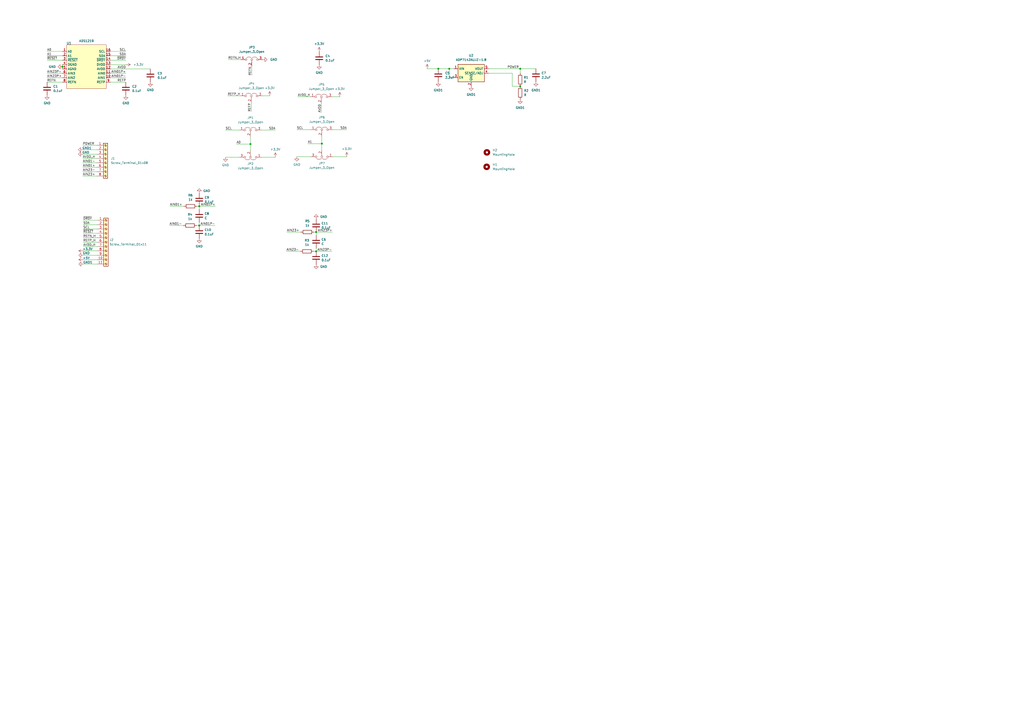
<source format=kicad_sch>
(kicad_sch (version 20211123) (generator eeschema)
  (paper "A2")
  (lib_symbols
    (symbol "Connector:Screw_Terminal_01x08" (pin_names (offset 1.016) hide)
      (property "Reference" "J" (at 0 10.16 0))
      (property "Value" "Screw_Terminal_01x08" (at 0 -12.7 0))
      (symbol "Screw_Terminal_01x08_1_1"
        (rectangle (start -1.27 8.89) (end 1.27 -11.43) (stroke (width 0.254)) (fill (type background)))
        (circle (center 0 -10.16) (radius 0.635) (stroke (width 0.1524)))
        (circle (center 0 -7.62) (radius 0.635) (stroke (width 0.1524)))
        (circle (center 0 -5.08) (radius 0.635) (stroke (width 0.1524)))
        (circle (center 0 -2.54) (radius 0.635) (stroke (width 0.1524)))
        (polyline (pts (xy -0.5334 -9.8298) (xy 0.3302 -10.668)) (stroke (width 0.1524)))
        (polyline (pts (xy -0.5334 -7.2898) (xy 0.3302 -8.128)) (stroke (width 0.1524)))
        (polyline (pts (xy -0.5334 -4.7498) (xy 0.3302 -5.588)) (stroke (width 0.1524)))
        (polyline (pts (xy -0.5334 -2.2098) (xy 0.3302 -3.048)) (stroke (width 0.1524)))
        (polyline (pts (xy -0.5334 0.3302) (xy 0.3302 -0.508)) (stroke (width 0.1524)))
        (polyline (pts (xy -0.5334 2.8702) (xy 0.3302 2.032)) (stroke (width 0.1524)))
        (polyline (pts (xy -0.5334 5.4102) (xy 0.3302 4.572)) (stroke (width 0.1524)))
        (polyline (pts (xy -0.5334 7.9502) (xy 0.3302 7.112)) (stroke (width 0.1524)))
        (polyline (pts (xy -0.3556 -9.652) (xy 0.508 -10.4902)) (stroke (width 0.1524)))
        (polyline (pts (xy -0.3556 -7.112) (xy 0.508 -7.9502)) (stroke (width 0.1524)))
        (polyline (pts (xy -0.3556 -4.572) (xy 0.508 -5.4102)) (stroke (width 0.1524)))
        (polyline (pts (xy -0.3556 -2.032) (xy 0.508 -2.8702)) (stroke (width 0.1524)))
        (polyline (pts (xy -0.3556 0.508) (xy 0.508 -0.3302)) (stroke (width 0.1524)))
        (polyline (pts (xy -0.3556 3.048) (xy 0.508 2.2098)) (stroke (width 0.1524)))
        (polyline (pts (xy -0.3556 5.588) (xy 0.508 4.7498)) (stroke (width 0.1524)))
        (polyline (pts (xy -0.3556 8.128) (xy 0.508 7.2898)) (stroke (width 0.1524)))
        (circle (center 0 0) (radius 0.635) (stroke (width 0.1524)))
        (circle (center 0 2.54) (radius 0.635) (stroke (width 0.1524)))
        (circle (center 0 5.08) (radius 0.635) (stroke (width 0.1524)))
        (circle (center 0 7.62) (radius 0.635) (stroke (width 0.1524)))
        (pin passive line (at -5.08 7.62 0) (length 3.81) (name "Pin_1") (number "1"))
        (pin passive line (at -5.08 5.08 0) (length 3.81) (name "Pin_2") (number "2"))
        (pin passive line (at -5.08 2.54 0) (length 3.81) (name "Pin_3") (number "3"))
        (pin passive line (at -5.08 0 0) (length 3.81) (name "Pin_4") (number "4"))
        (pin passive line (at -5.08 -2.54 0) (length 3.81) (name "Pin_5") (number "5"))
        (pin passive line (at -5.08 -5.08 0) (length 3.81) (name "Pin_6") (number "6"))
        (pin passive line (at -5.08 -7.62 0) (length 3.81) (name "Pin_7") (number "7"))
        (pin passive line (at -5.08 -10.16 0) (length 3.81) (name "Pin_8") (number "8"))
      )
    )
    (symbol "Connector:Screw_Terminal_01x11" (pin_names (offset 1.016) hide)
      (property "Reference" "J" (at 0 15.24 0))
      (property "Value" "Screw_Terminal_01x11" (at 0 -15.24 0))
      (symbol "Screw_Terminal_01x11_1_1"
        (rectangle (start -1.27 13.97) (end 1.27 -13.97) (stroke (width 0.254)) (fill (type background)))
        (circle (center 0 -12.7) (radius 0.635) (stroke (width 0.1524)))
        (circle (center 0 -10.16) (radius 0.635) (stroke (width 0.1524)))
        (circle (center 0 -7.62) (radius 0.635) (stroke (width 0.1524)))
        (circle (center 0 -5.08) (radius 0.635) (stroke (width 0.1524)))
        (circle (center 0 -2.54) (radius 0.635) (stroke (width 0.1524)))
        (polyline (pts (xy -0.5334 -12.3698) (xy 0.3302 -13.208)) (stroke (width 0.1524)))
        (polyline (pts (xy -0.5334 -9.8298) (xy 0.3302 -10.668)) (stroke (width 0.1524)))
        (polyline (pts (xy -0.5334 -7.2898) (xy 0.3302 -8.128)) (stroke (width 0.1524)))
        (polyline (pts (xy -0.5334 -4.7498) (xy 0.3302 -5.588)) (stroke (width 0.1524)))
        (polyline (pts (xy -0.5334 -2.2098) (xy 0.3302 -3.048)) (stroke (width 0.1524)))
        (polyline (pts (xy -0.5334 0.3302) (xy 0.3302 -0.508)) (stroke (width 0.1524)))
        (polyline (pts (xy -0.5334 2.8702) (xy 0.3302 2.032)) (stroke (width 0.1524)))
        (polyline (pts (xy -0.5334 5.4102) (xy 0.3302 4.572)) (stroke (width 0.1524)))
        (polyline (pts (xy -0.5334 7.9502) (xy 0.3302 7.112)) (stroke (width 0.1524)))
        (polyline (pts (xy -0.5334 10.4902) (xy 0.3302 9.652)) (stroke (width 0.1524)))
        (polyline (pts (xy -0.5334 13.0302) (xy 0.3302 12.192)) (stroke (width 0.1524)))
        (polyline (pts (xy -0.3556 -12.192) (xy 0.508 -13.0302)) (stroke (width 0.1524)))
        (polyline (pts (xy -0.3556 -9.652) (xy 0.508 -10.4902)) (stroke (width 0.1524)))
        (polyline (pts (xy -0.3556 -7.112) (xy 0.508 -7.9502)) (stroke (width 0.1524)))
        (polyline (pts (xy -0.3556 -4.572) (xy 0.508 -5.4102)) (stroke (width 0.1524)))
        (polyline (pts (xy -0.3556 -2.032) (xy 0.508 -2.8702)) (stroke (width 0.1524)))
        (polyline (pts (xy -0.3556 0.508) (xy 0.508 -0.3302)) (stroke (width 0.1524)))
        (polyline (pts (xy -0.3556 3.048) (xy 0.508 2.2098)) (stroke (width 0.1524)))
        (polyline (pts (xy -0.3556 5.588) (xy 0.508 4.7498)) (stroke (width 0.1524)))
        (polyline (pts (xy -0.3556 8.128) (xy 0.508 7.2898)) (stroke (width 0.1524)))
        (polyline (pts (xy -0.3556 10.668) (xy 0.508 9.8298)) (stroke (width 0.1524)))
        (polyline (pts (xy -0.3556 13.208) (xy 0.508 12.3698)) (stroke (width 0.1524)))
        (circle (center 0 0) (radius 0.635) (stroke (width 0.1524)))
        (circle (center 0 2.54) (radius 0.635) (stroke (width 0.1524)))
        (circle (center 0 5.08) (radius 0.635) (stroke (width 0.1524)))
        (circle (center 0 7.62) (radius 0.635) (stroke (width 0.1524)))
        (circle (center 0 10.16) (radius 0.635) (stroke (width 0.1524)))
        (circle (center 0 12.7) (radius 0.635) (stroke (width 0.1524)))
        (pin passive line (at -5.08 12.7 0) (length 3.81) (name "Pin_1") (number "1"))
        (pin passive line (at -5.08 -10.16 0) (length 3.81) (name "Pin_10") (number "10"))
        (pin passive line (at -5.08 -12.7 0) (length 3.81) (name "Pin_11") (number "11"))
        (pin passive line (at -5.08 10.16 0) (length 3.81) (name "Pin_2") (number "2"))
        (pin passive line (at -5.08 7.62 0) (length 3.81) (name "Pin_3") (number "3"))
        (pin passive line (at -5.08 5.08 0) (length 3.81) (name "Pin_4") (number "4"))
        (pin passive line (at -5.08 2.54 0) (length 3.81) (name "Pin_5") (number "5"))
        (pin passive line (at -5.08 0 0) (length 3.81) (name "Pin_6") (number "6"))
        (pin passive line (at -5.08 -2.54 0) (length 3.81) (name "Pin_7") (number "7"))
        (pin passive line (at -5.08 -5.08 0) (length 3.81) (name "Pin_8") (number "8"))
        (pin passive line (at -5.08 -7.62 0) (length 3.81) (name "Pin_9") (number "9"))
      )
    )
    (symbol "Device:C" (pin_numbers hide) (pin_names (offset 0.254))
      (property "Reference" "C" (at 0.635 2.54 0))
      (property "Value" "C" (at 0.635 -2.54 0))
      (symbol "C_0_1"
        (polyline (pts (xy -2.032 -0.762) (xy 2.032 -0.762)) (stroke (width 0.508)))
        (polyline (pts (xy -2.032 0.762) (xy 2.032 0.762)) (stroke (width 0.508)))
      )
      (symbol "C_1_1"
        (pin passive line (at 0 3.81 270) (length 2.794) (name "~") (number "1"))
        (pin passive line (at 0 -3.81 90) (length 2.794) (name "~") (number "2"))
      )
    )
    (symbol "Device:R" (pin_numbers hide) (pin_names (offset 0))
      (property "Reference" "R" (at 2.032 0 90))
      (property "Value" "R" (at 0 0 90))
      (symbol "R_0_1"
        (rectangle (start -1.016 -2.54) (end 1.016 2.54) (stroke (width 0.254)))
      )
      (symbol "R_1_1"
        (pin passive line (at 0 3.81 270) (length 1.27) (name "~") (number "1"))
        (pin passive line (at 0 -3.81 90) (length 1.27) (name "~") (number "2"))
      )
    )
    (symbol "Jumper:Jumper_3_Open" (pin_names (offset 0) hide)
      (property "Reference" "JP" (at -2.54 -2.54 0))
      (property "Value" "Jumper_3_Open" (at 0 2.794 0))
      (symbol "Jumper_3_Open_0_0"
        (circle (center -3.302 0) (radius 0.508))
        (circle (center 0 0) (radius 0.508))
        (circle (center 3.302 0) (radius 0.508))
      )
      (symbol "Jumper_3_Open_0_1"
        (arc (start -0.254 1.016) (mid -1.651 1.4992) (end -3.048 1.016))
        (polyline (pts (xy 0 -0.508) (xy 0 -1.27)))
        (arc (start 3.048 1.016) (mid 1.651 1.4992) (end 0.254 1.016))
      )
      (symbol "Jumper_3_Open_1_1"
        (pin passive line (at -6.35 0 0) (length 2.54) (name "A") (number "1"))
        (pin passive line (at 0 -3.81 90) (length 2.54) (name "C") (number "2"))
        (pin passive line (at 6.35 0 180) (length 2.54) (name "B") (number "3"))
      )
    )
    (symbol "Mechanical:MountingHole" (pin_names (offset 1.016))
      (property "Reference" "H" (at 0 5.08 0))
      (property "Value" "MountingHole" (at 0 3.175 0))
      (symbol "MountingHole_0_1"
        (circle (center 0 0) (radius 1.27) (stroke (width 1.27)))
      )
    )
    (symbol "Regulator_Linear:ADP7142AUJZ-1.8"
      (property "Reference" "U" (at 0 8.89 0))
      (property "Value" "ADP7142AUJZ-1.8" (at 0 6.35 0))
      (symbol "ADP7142AUJZ-1.8_0_1"
        (rectangle (start -7.62 5.08) (end 7.62 -5.08) (stroke (width 0.254)) (fill (type background)))
      )
      (symbol "ADP7142AUJZ-1.8_1_1"
        (pin power_in line (at -10.16 2.54 0) (length 2.54) (name "VIN") (number "1"))
        (pin power_in line (at 0 -7.62 90) (length 2.54) (name "GND") (number "2"))
        (pin input line (at -10.16 -2.54 0) (length 2.54) (name "EN") (number "3"))
        (pin input line (at 10.16 0 180) (length 2.54) (name "SENSE/ADJ") (number "4"))
        (pin power_out line (at 10.16 2.54 180) (length 2.54) (name "VOUT") (number "5"))
      )
    )
    (symbol "custom_components:ADS1219"
      (property "Reference" "U" (at -10.16 13.97 0))
      (property "Value" "ADS1219" (at 0 -11.43 0))
      (symbol "ADS1219_0_0"
        (pin input line (at -13.97 8.89 0) (length 2.54) (name "A0") (number "1"))
        (pin input line (at 13.97 -6.35 180) (length 2.54) (name "AIN1") (number "10"))
        (pin input line (at 13.97 -3.81 180) (length 2.54) (name "AIN0") (number "11"))
        (pin power_in line (at 13.97 -1.27 180) (length 2.54) (name "AVDD") (number "12"))
        (pin power_in line (at 13.97 1.27 180) (length 2.54) (name "DVDD") (number "13"))
        (pin output line (at 13.97 3.81 180) (length 2.54) (name "~{DRDY}") (number "14"))
        (pin bidirectional line (at 13.97 6.35 180) (length 2.54) (name "SDA") (number "15"))
        (pin bidirectional line (at 13.97 8.89 180) (length 2.54) (name "SCL") (number "16"))
        (pin input line (at -13.97 6.35 0) (length 2.54) (name "A1") (number "2"))
        (pin input line (at -13.97 3.81 0) (length 2.54) (name "~{RESET}") (number "3"))
        (pin power_in line (at -13.97 1.27 0) (length 2.54) (name "DGND") (number "4"))
        (pin power_in line (at -13.97 -1.27 0) (length 2.54) (name "AGND") (number "5"))
        (pin input line (at -13.97 -3.81 0) (length 2.54) (name "AIN3") (number "6"))
        (pin input line (at -13.97 -6.35 0) (length 2.54) (name "AIN2") (number "7"))
        (pin power_in line (at -13.97 -8.89 0) (length 2.54) (name "REFN") (number "8"))
        (pin power_in line (at 13.97 -8.89 180) (length 2.54) (name "REFP") (number "9"))
      )
      (symbol "ADS1219_0_1"
        (rectangle (start -11.43 -12.7) (end 11.43 12.7) (fill (type background)))
      )
    )
    (symbol "power:+3.3V" (power) (pin_names (offset 0))
      (property "Value" "+3.3V" (at 0 3.556 0))
      (symbol "+3.3V_0_1"
        (polyline (pts (xy -0.762 1.27) (xy 0 2.54)))
        (polyline (pts (xy 0 0) (xy 0 2.54)))
        (polyline (pts (xy 0 2.54) (xy 0.762 1.27)))
      )
      (symbol "+3.3V_1_1"
        (pin power_in line (at 0 0 90) (length 0) hide (name "+3.3V") (number "1"))
      )
    )
    (symbol "power:+5V" (power) (pin_names (offset 0))
      (property "Value" "+5V" (at 0 3.556 0))
      (symbol "+5V_0_1"
        (polyline (pts (xy -0.762 1.27) (xy 0 2.54)))
        (polyline (pts (xy 0 0) (xy 0 2.54)))
        (polyline (pts (xy 0 2.54) (xy 0.762 1.27)))
      )
      (symbol "+5V_1_1"
        (pin power_in line (at 0 0 90) (length 0) hide (name "+5V") (number "1"))
      )
    )
    (symbol "power:GND" (power) (pin_names (offset 0))
      (property "Value" "GND" (at 0 -3.81 0))
      (symbol "GND_0_1"
        (polyline (pts (xy 0 0) (xy 0 -1.27) (xy 1.27 -1.27) (xy 0 -2.54) (xy -1.27 -1.27) (xy 0 -1.27)))
      )
      (symbol "GND_1_1"
        (pin power_in line (at 0 0 270) (length 0) hide (name "GND") (number "1"))
      )
    )
    (symbol "power:GND1" (power) (pin_names (offset 0))
      (property "Value" "GND1" (at 0 -3.81 0))
      (symbol "GND1_0_1"
        (polyline (pts (xy 0 0) (xy 0 -1.27) (xy 1.27 -1.27) (xy 0 -2.54) (xy -1.27 -1.27) (xy 0 -1.27)))
      )
      (symbol "GND1_1_1"
        (pin power_in line (at 0 0 270) (length 0) hide (name "GND1") (number "1"))
      )
    )
  )
  (junction (at 260.604 39.878))
  (junction (at 183.388 145.796))
  (junction (at 254.254 39.878))
  (junction (at 183.388 134.62))
  (junction (at 186.69 83.312))
  (junction (at 145.288 83.566))
  (junction (at 115.57 130.81))
  (junction (at 115.57 119.634))
  (junction (at 301.752 39.878))
  (junction (at 301.752 50.038))
  (junction (at 36.195 38.735))
  (wire (pts (xy 297.18 50.038) (xy 301.752 50.038)))
  (wire (pts (xy 64.135 37.465) (xy 73.025 37.465)))
  (wire (pts (xy 301.752 39.878) (xy 301.752 42.418)))
  (wire (pts (xy 36.195 38.735) (xy 36.195 40.005)))
  (wire (pts (xy 152.146 55.626) (xy 156.464 55.626)))
  (wire (pts (xy 27.305 34.925) (xy 36.195 34.925)))
  (wire (pts (xy 115.57 130.81) (xy 115.57 129.032)))
  (wire (pts (xy 27.305 42.545) (xy 36.195 42.545)))
  (wire (pts (xy 166.37 134.62) (xy 174.498 134.62)))
  (wire (pts (xy 166.116 145.796) (xy 174.244 145.796)))
  (wire (pts (xy 56.388 135.382) (xy 48.26 135.382)))
  (wire (pts (xy 64.135 45.085) (xy 73.025 45.085)))
  (wire (pts (xy 151.638 75.438) (xy 159.766 75.438)))
  (wire (pts (xy 263.144 44.958) (xy 260.604 44.958)))
  (wire (pts (xy 56.134 94.488) (xy 48.006 94.488)))
  (wire (pts (xy 56.134 97.028) (xy 48.006 97.028)))
  (wire (pts (xy 64.135 29.845) (xy 73.025 29.845)))
  (wire (pts (xy 64.135 34.925) (xy 73.025 34.925)))
  (wire (pts (xy 56.388 127.762) (xy 48.26 127.762)))
  (wire (pts (xy 182.118 134.62) (xy 183.388 134.62)))
  (wire (pts (xy 183.388 145.796) (xy 183.388 144.018)))
  (wire (pts (xy 115.57 119.634) (xy 124.968 119.634)))
  (wire (pts (xy 132.334 34.544) (xy 139.7 34.544)))
  (wire (pts (xy 48.26 150.622) (xy 56.388 150.622)))
  (wire (pts (xy 172.212 90.932) (xy 180.34 90.932)))
  (wire (pts (xy 64.135 42.545) (xy 73.025 42.545)))
  (wire (pts (xy 56.134 89.408) (xy 48.006 89.408)))
  (wire (pts (xy 192.786 56.134) (xy 197.104 56.134)))
  (wire (pts (xy 64.135 32.385) (xy 73.025 32.385)))
  (wire (pts (xy 186.436 59.944) (xy 186.436 65.278)))
  (wire (pts (xy 56.388 132.842) (xy 48.26 132.842)))
  (wire (pts (xy 130.81 91.186) (xy 138.938 91.186)))
  (wire (pts (xy 183.388 145.796) (xy 192.532 145.796)))
  (wire (pts (xy 145.288 79.248) (xy 145.288 83.566)))
  (wire (pts (xy 98.552 119.634) (xy 106.68 119.634)))
  (wire (pts (xy 151.638 91.186) (xy 159.766 91.186)))
  (wire (pts (xy 56.388 130.302) (xy 48.26 130.302)))
  (wire (pts (xy 56.388 148.082) (xy 48.26 148.082)))
  (wire (pts (xy 178.562 83.312) (xy 186.69 83.312)))
  (wire (pts (xy 145.288 83.566) (xy 145.288 87.376)))
  (wire (pts (xy 137.16 83.566) (xy 145.288 83.566)))
  (wire (pts (xy 56.134 99.568) (xy 48.006 99.568)))
  (wire (pts (xy 115.57 130.81) (xy 124.714 130.81)))
  (wire (pts (xy 114.046 130.81) (xy 115.57 130.81)))
  (wire (pts (xy 146.05 38.354) (xy 146.05 43.688)))
  (wire (pts (xy 186.69 83.312) (xy 186.69 87.122)))
  (wire (pts (xy 186.69 78.994) (xy 186.69 83.312)))
  (wire (pts (xy 254.254 39.878) (xy 260.604 39.878)))
  (wire (pts (xy 172.212 75.184) (xy 180.34 75.184)))
  (wire (pts (xy 283.464 39.878) (xy 301.752 39.878)))
  (wire (pts (xy 181.864 145.796) (xy 183.388 145.796)))
  (wire (pts (xy 114.3 119.634) (xy 115.57 119.634)))
  (wire (pts (xy 172.72 56.134) (xy 180.086 56.134)))
  (wire (pts (xy 183.388 136.398) (xy 183.388 134.62)))
  (wire (pts (xy 56.388 137.922) (xy 48.26 137.922)))
  (wire (pts (xy 64.135 40.005) (xy 87.249 40.005)))
  (wire (pts (xy 27.305 32.385) (xy 36.195 32.385)))
  (wire (pts (xy 283.464 42.418) (xy 297.18 42.418)))
  (wire (pts (xy 301.752 39.878) (xy 310.896 39.878)))
  (wire (pts (xy 56.134 102.108) (xy 48.006 102.108)))
  (wire (pts (xy 247.777 39.878) (xy 254.254 39.878)))
  (wire (pts (xy 56.134 86.868) (xy 48.006 86.868)))
  (wire (pts (xy 130.81 75.438) (xy 138.938 75.438)))
  (wire (pts (xy 64.135 47.625) (xy 73.025 47.625)))
  (wire (pts (xy 183.388 134.62) (xy 192.786 134.62)))
  (wire (pts (xy 27.305 47.625) (xy 36.195 47.625)))
  (wire (pts (xy 56.388 143.002) (xy 48.26 143.002)))
  (wire (pts (xy 98.298 130.81) (xy 106.426 130.81)))
  (wire (pts (xy 56.388 140.462) (xy 48.26 140.462)))
  (wire (pts (xy 48.006 91.948) (xy 56.134 91.948)))
  (wire (pts (xy 27.305 45.085) (xy 36.195 45.085)))
  (wire (pts (xy 297.18 42.418) (xy 297.18 50.038)))
  (wire (pts (xy 193.04 75.184) (xy 201.168 75.184)))
  (wire (pts (xy 260.604 44.958) (xy 260.604 39.878)))
  (wire (pts (xy 115.57 121.412) (xy 115.57 119.634)))
  (wire (pts (xy 56.134 84.328) (xy 48.006 84.328)))
  (wire (pts (xy 145.796 59.436) (xy 145.796 64.77)))
  (wire (pts (xy 260.604 39.878) (xy 263.144 39.878)))
  (wire (pts (xy 27.305 29.845) (xy 36.195 29.845)))
  (wire (pts (xy 132.08 55.626) (xy 139.446 55.626)))
  (wire (pts (xy 36.195 37.465) (xy 36.195 38.735)))
  (wire (pts (xy 193.04 90.932) (xy 201.168 90.932)))
  (wire (pts (xy 56.388 145.542) (xy 48.26 145.542)))
  (wire (pts (xy 48.26 153.162) (xy 56.388 153.162)))
  (label "AVDD_H" (at 172.72 56.134 0))
  (label "SCL" (at 73.025 29.845 180))
  (label "AIN23P+" (at 192.786 134.62 180))
  (label "AIN01+" (at 98.552 119.634 0))
  (label "REFP_H" (at 48.26 140.462 0))
  (label "AIN01-" (at 98.298 130.81 0))
  (label "SCL" (at 48.26 132.842 0))
  (label "A1" (at 27.305 32.385 0))
  (label "A0" (at 27.305 29.845 0))
  (label "AVDD" (at 73.025 40.005 180))
  (label "SDA" (at 73.025 32.385 180))
  (label "AIN23P+" (at 27.305 45.085 0))
  (label "POWER" (at 300.9646 39.878 180))
  (label "AIN23-" (at 48.006 99.568 0))
  (label "~{DRDY}" (at 48.26 127.762 0))
  (label "A1" (at 178.562 83.312 0))
  (label "POWER" (at 48.006 84.328 0))
  (label "REFN_H" (at 132.334 34.544 0))
  (label "~{RESET}" (at 27.305 34.925 0))
  (label "AVDD_H" (at 48.006 91.948 0))
  (label "AIN01P+" (at 73.025 42.545 180))
  (label "REFP" (at 145.796 64.77 90))
  (label "REFN_H" (at 48.26 137.922 0))
  (label "SCL" (at 172.212 75.184 0))
  (label "AIN23P-" (at 27.305 42.545 0))
  (label "AIN23-" (at 166.116 145.796 0))
  (label "AVDD" (at 186.436 65.278 90))
  (label "SDA" (at 48.26 130.302 0))
  (label "AIN23+" (at 166.37 134.62 0))
  (label "AIN01P-" (at 73.025 45.085 180))
  (label "~{DRDY}" (at 73.025 34.925 180))
  (label "AIN23+" (at 48.006 102.108 0))
  (label "A0" (at 137.16 83.566 0))
  (label "SDA" (at 201.168 75.184 180))
  (label "~{RESET}" (at 48.26 135.382 0))
  (label "REFP_H" (at 132.08 55.626 0))
  (label "REFN" (at 146.05 43.688 90))
  (label "REFP" (at 73.025 47.625 180))
  (label "AIN01P+" (at 124.968 119.634 180))
  (label "AVDD_H" (at 48.26 143.002 0))
  (label "SDA" (at 159.766 75.438 180))
  (label "AIN01-" (at 48.006 94.488 0))
  (label "AIN23P-" (at 192.532 145.796 180))
  (label "REFN" (at 27.305 47.625 0))
  (label "SCL" (at 130.81 75.438 0))
  (label "AIN01+" (at 48.006 97.028 0))
  (label "AIN01P-" (at 124.714 130.81 180))
  (symbol (lib_id "power:GND") (at 48.006 89.408 270) (unit 1)
    (property "Reference" "#PWR05" (effects hide))
    (property "Value" "GND" (at 51.816 88.392 90) (effects (justify right)))
  )
  (symbol (lib_id "Regulator_Linear:ADP7142AUJZ-1.8") (at 273.304 42.418 0) (unit 1)
    (property "Reference" "U2" (at 273.304 32.1564 0))
    (property "Value" "ADP7142AUJZ-1.8" (at 273.304 34.6964 0))
    (property "Footprint" "Package_TO_SOT_SMD:TSOT-23-5" (effects hide))
    (property "Datasheet" "https://www.analog.com/media/en/technical-documentation/data-sheets/ADP7142.pdf" (effects hide))
  )
  (symbol (lib_id "power:GND1") (at 48.26 153.162 270) (unit 1)
    (property "Reference" "#PWR0102" (effects hide))
    (property "Value" "GND1" (at 48.26 152.146 90) (effects (justify left)))
  )
  (symbol (lib_id "power:GND") (at 73.025 55.245 0) (unit 1)
    (property "Reference" "#PWR08" (effects hide))
    (property "Value" "GND" (at 73.025 59.817 0))
  )
  (symbol (lib_id "power:+5V") (at 247.777 39.878 0) (unit 1)
    (property "Reference" "#PWR019" (effects hide))
    (property "Value" "+5V" (at 247.777 35.306 0))
  )
  (symbol (lib_id "Device:C") (at 115.57 115.824 0) (unit 1)
    (property "Reference" "C9" (at 118.618 114.5539 0) (effects (justify left)))
    (property "Value" "0.1uF" (at 118.618 117.0939 0) (effects (justify left)))
    (property "Footprint" "Capacitor_SMD:C_0603_1608Metric" (effects hide))
  )
  (symbol (lib_id "power:+3.3V") (at 201.168 90.932 0) (unit 1)
    (property "Reference" "#PWR018" (effects hide))
    (property "Value" "+3.3V" (at 201.168 86.36 0))
  )
  (symbol (lib_id "power:GND") (at 48.26 148.082 270) (unit 1)
    (property "Reference" "#PWR04" (effects hide))
    (property "Value" "GND" (at 52.07 146.812 90) (effects (justify right)))
  )
  (symbol (lib_id "power:GND1") (at 301.752 57.658 0) (unit 1)
    (property "Reference" "#PWR0106" (effects hide))
    (property "Value" "GND1" (at 301.752 62.484 0))
  )
  (symbol (lib_id "power:GND1") (at 273.304 50.038 0) (unit 1)
    (property "Reference" "#PWR0103" (effects hide))
    (property "Value" "GND1" (at 273.304 54.864 0))
  )
  (symbol (lib_id "power:+3.3V") (at 156.464 55.626 0) (unit 1)
    (property "Reference" "#PWR012" (effects hide))
    (property "Value" "+3.3V" (at 156.464 51.054 0))
  )
  (symbol (lib_id "custom_components:ADS1219") (at 50.165 38.735 0) (unit 1)
    (property "Reference" "U1" (at 40.005 25.019 0))
    (property "Value" "ADS1219" (at 50.165 23.749 0))
    (property "Footprint" "Package_SO:TSSOP-16-1EP_4.4x5mm_P0.65mm" (effects hide))
  )
  (symbol (lib_id "power:GND") (at 27.305 55.245 0) (unit 1)
    (property "Reference" "#PWR02" (effects hide))
    (property "Value" "GND" (at 27.305 59.817 0))
  )
  (symbol (lib_id "Device:C") (at 73.025 51.435 0) (unit 1)
    (property "Reference" "C2" (at 76.581 50.1649 0) (effects (justify left)))
    (property "Value" "0.1uF" (at 76.581 52.7049 0) (effects (justify left)))
    (property "Footprint" "Capacitor_SMD:C_0603_1608Metric" (effects hide))
  )
  (symbol (lib_id "power:GND") (at 152.4 34.544 90) (unit 1)
    (property "Reference" "#PWR011" (effects hide))
    (property "Value" "GND" (at 156.718 34.5439 90) (effects (justify right)))
  )
  (symbol (lib_id "power:+3.3V") (at 48.26 145.542 90) (unit 1)
    (property "Reference" "#PWR03" (effects hide))
    (property "Value" "+3.3V" (at 47.879 144.399 90) (effects (justify right)))
  )
  (symbol (lib_id "Mechanical:MountingHole") (at 282.448 88.392 0) (unit 1)
    (property "Reference" "H2" (at 285.75 87.1219 0) (effects (justify left)))
    (property "Value" "MountingHole" (at 285.75 89.6619 0) (effects (justify left)))
    (property "Footprint" "MountingHole:MountingHole_3.2mm_M3" (effects hide))
  )
  (symbol (lib_id "power:GND") (at 115.57 112.014 180) (unit 1)
    (property "Reference" "#PWR020" (effects hide))
    (property "Value" "GND" (at 117.856 110.7439 0) (effects (justify right)))
  )
  (symbol (lib_id "Device:R") (at 110.49 119.634 90) (unit 1)
    (property "Reference" "R6" (at 110.49 113.284 90))
    (property "Value" "1k" (at 110.49 115.824 90))
    (property "Footprint" "Capacitor_SMD:C_0603_1608Metric" (effects hide))
  )
  (symbol (lib_id "Jumper:Jumper_3_Open") (at 145.288 91.186 180) (unit 1)
    (property "Reference" "JP2" (at 145.288 94.996 0))
    (property "Value" "Jumper_3_Open" (at 145.288 97.536 0))
    (property "Footprint" "Jumper:SolderJumper-3_P1.3mm_Open_Pad1.0x1.5mm" (effects hide))
  )
  (symbol (lib_id "Jumper:Jumper_3_Open") (at 145.796 55.626 0) (unit 1)
    (property "Reference" "JP4" (at 145.796 48.514 0))
    (property "Value" "Jumper_3_Open" (at 145.796 51.054 0))
    (property "Footprint" "Jumper:SolderJumper-3_P1.3mm_Open_Pad1.0x1.5mm" (effects hide))
  )
  (symbol (lib_id "Jumper:Jumper_3_Open") (at 186.436 56.134 0) (unit 1)
    (property "Reference" "JP5" (at 186.436 49.022 0))
    (property "Value" "Jumper_3_Open" (at 186.436 51.562 0))
    (property "Footprint" "Jumper:SolderJumper-3_P1.3mm_Open_Pad1.0x1.5mm" (effects hide))
  )
  (symbol (lib_id "Connector:Screw_Terminal_01x08") (at 61.214 91.948 0) (unit 1)
    (property "Reference" "J1" (at 64.262 91.9479 0) (effects (justify left)))
    (property "Value" "Screw_Terminal_01x08" (at 64.262 94.4879 0) (effects (justify left)))
    (property "Footprint" "TerminalBlock_Phoenix:TerminalBlock_Phoenix_PT-1,5-8-3.5-H_1x08_P3.50mm_Horizontal" (effects hide))
  )
  (symbol (lib_id "Jumper:Jumper_3_Open") (at 146.05 34.544 0) (unit 1)
    (property "Reference" "JP3" (at 146.05 27.432 0))
    (property "Value" "Jumper_3_Open" (at 146.05 29.972 0))
    (property "Footprint" "Jumper:SolderJumper-3_P1.3mm_Open_Pad1.0x1.5mm" (effects hide))
  )
  (symbol (lib_id "Device:C") (at 183.388 130.81 0) (unit 1)
    (property "Reference" "C11" (at 186.436 129.5399 0) (effects (justify left)))
    (property "Value" "0.1uF" (at 186.436 132.0799 0) (effects (justify left)))
    (property "Footprint" "Capacitor_SMD:C_0603_1608Metric" (effects hide))
  )
  (symbol (lib_id "power:GND") (at 130.81 91.186 0) (unit 1)
    (property "Reference" "#PWR010" (effects hide))
    (property "Value" "GND" (at 130.81 95.758 0))
  )
  (symbol (lib_id "Device:C") (at 27.305 51.435 0) (unit 1)
    (property "Reference" "C1" (at 30.861 50.1649 0) (effects (justify left)))
    (property "Value" "0.1uF" (at 30.861 52.7049 0) (effects (justify left)))
    (property "Footprint" "Capacitor_SMD:C_0603_1608Metric" (effects hide))
  )
  (symbol (lib_id "Device:C") (at 183.388 140.208 0) (unit 1)
    (property "Reference" "C6" (at 186.436 138.9379 0) (effects (justify left)))
    (property "Value" "C" (at 186.436 141.4779 0) (effects (justify left)))
    (property "Footprint" "Capacitor_SMD:C_0603_1608Metric" (effects hide))
  )
  (symbol (lib_id "Device:C") (at 310.896 43.688 0) (unit 1)
    (property "Reference" "C7" (at 314.071 42.4179 0) (effects (justify left)))
    (property "Value" "2.2uF" (at 314.071 44.9579 0) (effects (justify left)))
    (property "Footprint" "Capacitor_SMD:C_1206_3216Metric" (effects hide))
  )
  (symbol (lib_id "Device:R") (at 178.308 134.62 90) (unit 1)
    (property "Reference" "R5" (at 178.308 128.27 90))
    (property "Value" "1k" (at 178.308 130.81 90))
    (property "Footprint" "Capacitor_SMD:C_0603_1608Metric" (effects hide))
  )
  (symbol (lib_id "power:GND") (at 36.195 38.735 270) (unit 1)
    (property "Reference" "#PWR06" (effects hide))
    (property "Value" "GND" (at 32.385 38.7349 90) (effects (justify right)))
  )
  (symbol (lib_id "power:GND1") (at 48.006 86.868 270) (unit 1)
    (property "Reference" "#PWR0101" (effects hide))
    (property "Value" "GND1" (at 47.752 85.852 90) (effects (justify left)))
  )
  (symbol (lib_id "power:+3.3V") (at 185.166 29.972 0) (unit 1)
    (property "Reference" "#PWR015" (effects hide))
    (property "Value" "+3.3V" (at 185.166 25.4 0))
  )
  (symbol (lib_id "Device:C") (at 185.166 33.782 0) (unit 1)
    (property "Reference" "C4" (at 188.722 32.5119 0) (effects (justify left)))
    (property "Value" "0.1uF" (at 188.722 35.0519 0) (effects (justify left)))
    (property "Footprint" "Capacitor_SMD:C_0603_1608Metric" (effects hide))
  )
  (symbol (lib_id "power:GND") (at 87.249 47.625 0) (unit 1)
    (property "Reference" "#PWR09" (effects hide))
    (property "Value" "GND" (at 87.249 52.197 0))
  )
  (symbol (lib_id "Jumper:Jumper_3_Open") (at 145.288 75.438 0) (unit 1)
    (property "Reference" "JP1" (at 145.288 68.326 0))
    (property "Value" "Jumper_3_Open" (at 145.288 70.866 0))
    (property "Footprint" "Jumper:SolderJumper-3_P1.3mm_Open_Pad1.0x1.5mm" (effects hide))
  )
  (symbol (lib_id "Device:C") (at 87.249 43.815 0) (unit 1)
    (property "Reference" "C3" (at 91.313 42.5449 0) (effects (justify left)))
    (property "Value" "0.1uF" (at 91.313 45.0849 0) (effects (justify left)))
    (property "Footprint" "Capacitor_SMD:C_0603_1608Metric" (effects hide))
  )
  (symbol (lib_id "power:GND") (at 115.57 138.43 0) (unit 1)
    (property "Reference" "#PWR021" (effects hide))
    (property "Value" "GND" (at 115.57 142.875 0))
  )
  (symbol (lib_id "Jumper:Jumper_3_Open") (at 186.69 75.184 0) (unit 1)
    (property "Reference" "JP6" (at 186.69 68.072 0))
    (property "Value" "Jumper_3_Open" (at 186.69 70.612 0))
    (property "Footprint" "Jumper:SolderJumper-3_P1.3mm_Open_Pad1.0x1.5mm" (effects hide))
  )
  (symbol (lib_id "power:GND1") (at 254.254 47.498 0) (unit 1)
    (property "Reference" "#PWR0105" (effects hide))
    (property "Value" "GND1" (at 254.254 52.324 0))
  )
  (symbol (lib_id "Device:C") (at 115.57 125.222 0) (unit 1)
    (property "Reference" "C8" (at 118.618 123.9519 0) (effects (justify left)))
    (property "Value" "C" (at 118.618 126.4919 0) (effects (justify left)))
    (property "Footprint" "Capacitor_SMD:C_0603_1608Metric" (effects hide))
  )
  (symbol (lib_id "power:+3.3V") (at 159.766 91.186 0) (unit 1)
    (property "Reference" "#PWR013" (effects hide))
    (property "Value" "+3.3V" (at 159.766 86.614 0))
  )
  (symbol (lib_id "Connector:Screw_Terminal_01x11") (at 61.468 140.462 0) (unit 1)
    (property "Reference" "J2" (at 63.5 139.1919 0) (effects (justify left)))
    (property "Value" "Screw_Terminal_01x11" (at 63.5 141.7319 0) (effects (justify left)))
    (property "Footprint" "TerminalBlock_Phoenix:TerminalBlock_Phoenix_PT-1,5-11-3.5-H_1x11_P3.50mm_Horizontal" (effects hide))
  )
  (symbol (lib_id "Device:R") (at 301.752 46.228 0) (unit 1)
    (property "Reference" "R1" (at 303.784 44.9579 0) (effects (justify left)))
    (property "Value" "R" (at 303.784 47.4979 0) (effects (justify left)))
    (property "Footprint" "Capacitor_SMD:C_0603_1608Metric" (effects hide))
  )
  (symbol (lib_id "Device:R") (at 110.236 130.81 90) (unit 1)
    (property "Reference" "R4" (at 110.236 124.46 90))
    (property "Value" "1k" (at 110.236 127 90))
    (property "Footprint" "Capacitor_SMD:C_0603_1608Metric" (effects hide))
  )
  (symbol (lib_id "Device:R") (at 178.054 145.796 90) (unit 1)
    (property "Reference" "R3" (at 178.054 139.446 90))
    (property "Value" "1k" (at 178.054 141.986 90))
    (property "Footprint" "Capacitor_SMD:C_0603_1608Metric" (effects hide))
  )
  (symbol (lib_id "power:GND") (at 172.212 90.932 0) (unit 1)
    (property "Reference" "#PWR014" (effects hide))
    (property "Value" "GND" (at 172.212 95.504 0))
  )
  (symbol (lib_id "Mechanical:MountingHole") (at 282.321 96.774 0) (unit 1)
    (property "Reference" "H1" (at 285.75 95.5039 0) (effects (justify left)))
    (property "Value" "MountingHole" (at 285.75 98.0439 0) (effects (justify left)))
    (property "Footprint" "MountingHole:MountingHole_3.2mm_M3" (effects hide))
  )
  (symbol (lib_id "Device:C") (at 183.388 149.606 0) (unit 1)
    (property "Reference" "C12" (at 186.436 148.3359 0) (effects (justify left)))
    (property "Value" "0.1uF" (at 186.436 150.8759 0) (effects (justify left)))
    (property "Footprint" "Capacitor_SMD:C_0603_1608Metric" (effects hide))
  )
  (symbol (lib_id "power:GND1") (at 310.896 47.498 0) (unit 1)
    (property "Reference" "#PWR0104" (effects hide))
    (property "Value" "GND1" (at 310.896 52.324 0))
  )
  (symbol (lib_id "power:+3.3V") (at 73.025 37.465 270) (unit 1)
    (property "Reference" "#PWR07" (effects hide))
    (property "Value" "+3.3V" (at 77.343 37.4649 90) (effects (justify left)))
  )
  (symbol (lib_id "power:GND") (at 183.388 153.416 0) (unit 1)
    (property "Reference" "#PWR023" (effects hide))
    (property "Value" "GND" (at 185.674 154.6859 0) (effects (justify left)))
  )
  (symbol (lib_id "Device:R") (at 301.752 53.848 0) (unit 1)
    (property "Reference" "R2" (at 303.911 52.5779 0) (effects (justify left)))
    (property "Value" "R" (at 303.911 55.1179 0) (effects (justify left)))
    (property "Footprint" "Capacitor_SMD:C_0603_1608Metric" (effects hide))
  )
  (symbol (lib_id "Device:C") (at 254.254 43.688 0) (unit 1)
    (property "Reference" "C5" (at 258.191 42.4179 0) (effects (justify left)))
    (property "Value" "2.2uF" (at 258.191 44.9579 0) (effects (justify left)))
    (property "Footprint" "Capacitor_SMD:C_1206_3216Metric" (effects hide))
  )
  (symbol (lib_id "power:GND") (at 185.166 37.592 0) (unit 1)
    (property "Reference" "#PWR016" (effects hide))
    (property "Value" "GND" (at 185.166 42.164 0))
  )
  (symbol (lib_id "power:+3.3V") (at 197.104 56.134 0) (unit 1)
    (property "Reference" "#PWR017" (effects hide))
    (property "Value" "+3.3V" (at 197.104 51.562 0))
  )
  (symbol (lib_id "Jumper:Jumper_3_Open") (at 186.69 90.932 180) (unit 1)
    (property "Reference" "JP7" (at 186.69 94.742 0))
    (property "Value" "Jumper_3_Open" (at 186.69 97.282 0))
    (property "Footprint" "Jumper:SolderJumper-3_P1.3mm_Open_Pad1.0x1.5mm" (effects hide))
  )
  (symbol (lib_id "power:GND") (at 183.388 127 180) (unit 1)
    (property "Reference" "#PWR022" (effects hide))
    (property "Value" "GND" (at 185.674 125.7299 0) (effects (justify right)))
  )
  (symbol (lib_id "Device:C") (at 115.57 134.62 0) (unit 1)
    (property "Reference" "C10" (at 118.618 133.3499 0) (effects (justify left)))
    (property "Value" "0.1uF" (at 118.618 135.8899 0) (effects (justify left)))
    (property "Footprint" "Capacitor_SMD:C_0603_1608Metric" (effects hide))
  )
  (symbol (lib_id "power:+5V") (at 48.26 150.622 90) (unit 1)
    (property "Reference" "#PWR01" (effects hide))
    (property "Value" "+5V" (at 48.006 149.606 90) (effects (justify right)))
  )
)
</source>
